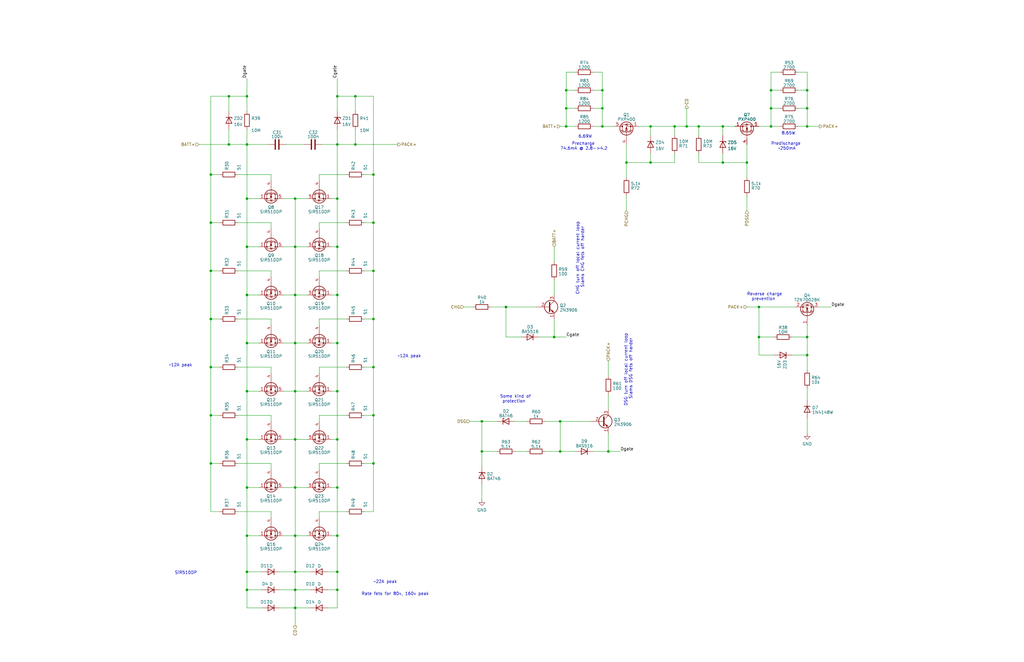
<source format=kicad_sch>
(kicad_sch (version 20230121) (generator eeschema)
  (paper "B")
  (title_block (title "High Side Fets") (date "2022-10-30") (rev "Rev 0") (company "QTech BMS Dept"))
  (junction (at 104.14 248.92))
  (junction (at 213.36 129.54))
  (junction (at 104.14 205.74))
  (junction (at 88.9 93.98))
  (junction (at 104.14 226.06))
  (junction (at 320.04 129.54))
  (junction (at 104.14 241.3))
  (junction (at 104.14 40.64))
  (junction (at 124.46 104.14))
  (junction (at 203.2 190.5))
  (junction (at 149.86 40.64))
  (junction (at 157.48 134.62))
  (junction (at 314.96 68.58))
  (junction (at 88.9 175.26))
  (junction (at 340.36 53.34))
  (junction (at 124.46 205.74))
  (junction (at 340.36 38.1))
  (junction (at 157.48 114.3))
  (junction (at 142.24 241.3))
  (junction (at 157.48 195.58))
  (junction (at 124.46 124.46))
  (junction (at 254 38.1))
  (junction (at 104.14 185.42))
  (junction (at 96.52 60.96))
  (junction (at 157.48 175.26))
  (junction (at 142.24 60.96))
  (junction (at 304.8 68.58))
  (junction (at 104.14 83.82))
  (junction (at 104.14 144.78))
  (junction (at 124.46 256.54))
  (junction (at 254 53.34))
  (junction (at 88.9 73.66))
  (junction (at 289.56 53.34))
  (junction (at 238.76 45.72))
  (junction (at 284.48 53.34))
  (junction (at 149.86 60.96))
  (junction (at 124.46 241.3))
  (junction (at 254 45.72))
  (junction (at 142.24 205.74))
  (junction (at 88.9 195.58))
  (junction (at 88.9 154.94))
  (junction (at 142.24 83.82))
  (junction (at 124.46 144.78))
  (junction (at 320.04 142.24))
  (junction (at 304.8 53.34))
  (junction (at 142.24 124.46))
  (junction (at 142.24 40.64))
  (junction (at 88.9 114.3))
  (junction (at 236.22 177.8))
  (junction (at 104.14 124.46))
  (junction (at 104.14 104.14))
  (junction (at 264.16 68.58))
  (junction (at 96.52 40.64))
  (junction (at 325.12 53.34))
  (junction (at 124.46 165.1))
  (junction (at 157.48 154.94))
  (junction (at 203.2 177.8))
  (junction (at 124.46 83.82))
  (junction (at 142.24 165.1))
  (junction (at 124.46 226.06))
  (junction (at 325.12 38.1))
  (junction (at 274.32 68.58))
  (junction (at 340.36 142.24))
  (junction (at 238.76 53.34))
  (junction (at 104.14 60.96))
  (junction (at 294.64 53.34))
  (junction (at 104.14 165.1))
  (junction (at 142.24 185.42))
  (junction (at 340.36 45.72))
  (junction (at 256.54 190.5))
  (junction (at 236.22 190.5))
  (junction (at 325.12 45.72))
  (junction (at 157.48 93.98))
  (junction (at 88.9 134.62))
  (junction (at 238.76 38.1))
  (junction (at 157.48 73.66))
  (junction (at 274.32 53.34))
  (junction (at 142.24 144.78))
  (junction (at 233.68 142.24))
  (junction (at 142.24 226.06))
  (junction (at 124.46 185.42))
  (junction (at 124.46 248.92))
  (junction (at 142.24 248.92))
  (junction (at 142.24 104.14))
  (junction (at 340.36 149.86))
  (wire (pts (xy 124.46 124.46) (xy 129.54 124.46)))
  (wire (pts (xy 88.9 134.62) (xy 92.71 134.62)))
  (wire (pts (xy 238.76 38.1) (xy 242.57 38.1)))
  (wire (pts (xy 124.46 165.1) (xy 129.54 165.1)))
  (wire (pts (xy 219.71 142.24) (xy 213.36 142.24)))
  (wire (pts (xy 289.56 53.34) (xy 289.56 45.72)))
  (wire (pts (xy 254 53.34) (xy 259.08 53.34)))
  (wire (pts (xy 195.58 129.54) (xy 199.39 129.54)))
  (wire (pts (xy 314.96 88.9) (xy 314.96 82.55)))
  (wire (pts (xy 142.24 124.46) (xy 142.24 144.78)))
  (wire (pts (xy 114.3 134.62) (xy 100.33 134.62)))
  (wire (pts (xy 114.3 195.58) (xy 114.3 198.12)))
  (wire (pts (xy 134.62 195.58) (xy 134.62 198.12)))
  (wire (pts (xy 153.67 195.58) (xy 157.48 195.58)))
  (wire (pts (xy 229.87 177.8) (xy 236.22 177.8)))
  (wire (pts (xy 289.56 53.34) (xy 294.64 53.34)))
  (wire (pts (xy 130.81 256.54) (xy 124.46 256.54)))
  (wire (pts (xy 124.46 241.3) (xy 124.46 248.92)))
  (wire (pts (xy 88.9 114.3) (xy 92.71 114.3)))
  (wire (pts (xy 119.38 226.06) (xy 124.46 226.06)))
  (wire (pts (xy 238.76 38.1) (xy 238.76 30.48)))
  (wire (pts (xy 304.8 64.77) (xy 304.8 68.58)))
  (wire (pts (xy 238.76 30.48) (xy 242.57 30.48)))
  (wire (pts (xy 142.24 248.92) (xy 142.24 256.54)))
  (wire (pts (xy 104.14 248.92) (xy 110.49 248.92)))
  (wire (pts (xy 350.52 129.54) (xy 345.44 129.54)))
  (wire (pts (xy 274.32 68.58) (xy 284.48 68.58)))
  (wire (pts (xy 157.48 93.98) (xy 157.48 114.3)))
  (wire (pts (xy 264.16 88.9) (xy 264.16 82.55)))
  (wire (pts (xy 104.14 241.3) (xy 110.49 241.3)))
  (wire (pts (xy 264.16 74.93) (xy 264.16 68.58)))
  (wire (pts (xy 114.3 154.94) (xy 114.3 157.48)))
  (wire (pts (xy 104.14 124.46) (xy 109.22 124.46)))
  (wire (pts (xy 142.24 241.3) (xy 138.43 241.3)))
  (wire (pts (xy 96.52 40.64) (xy 96.52 46.99)))
  (wire (pts (xy 88.9 195.58) (xy 88.9 215.9)))
  (wire (pts (xy 88.9 215.9) (xy 92.71 215.9)))
  (wire (pts (xy 320.04 53.34) (xy 325.12 53.34)))
  (wire (pts (xy 119.38 83.82) (xy 124.46 83.82)))
  (wire (pts (xy 120.65 60.96) (xy 128.27 60.96)))
  (wire (pts (xy 236.22 190.5) (xy 242.57 190.5)))
  (wire (pts (xy 139.7 226.06) (xy 142.24 226.06)))
  (wire (pts (xy 233.68 134.62) (xy 233.68 142.24)))
  (wire (pts (xy 104.14 205.74) (xy 104.14 226.06)))
  (wire (pts (xy 149.86 54.61) (xy 149.86 60.96)))
  (wire (pts (xy 88.9 73.66) (xy 88.9 93.98)))
  (wire (pts (xy 119.38 124.46) (xy 124.46 124.46)))
  (wire (pts (xy 254 30.48) (xy 254 38.1)))
  (wire (pts (xy 314.96 68.58) (xy 314.96 60.96)))
  (wire (pts (xy 124.46 185.42) (xy 124.46 205.74)))
  (wire (pts (xy 157.48 73.66) (xy 157.48 93.98)))
  (wire (pts (xy 340.36 38.1) (xy 340.36 45.72)))
  (wire (pts (xy 340.36 176.53) (xy 340.36 182.88)))
  (wire (pts (xy 119.38 104.14) (xy 124.46 104.14)))
  (wire (pts (xy 229.87 190.5) (xy 236.22 190.5)))
  (wire (pts (xy 325.12 30.48) (xy 328.93 30.48)))
  (wire (pts (xy 142.24 40.64) (xy 142.24 46.99)))
  (wire (pts (xy 139.7 83.82) (xy 142.24 83.82)))
  (wire (pts (xy 124.46 104.14) (xy 124.46 124.46)))
  (wire (pts (xy 130.81 248.92) (xy 124.46 248.92)))
  (wire (pts (xy 340.36 149.86) (xy 340.36 156.21)))
  (wire (pts (xy 134.62 93.98) (xy 134.62 96.52)))
  (wire (pts (xy 124.46 104.14) (xy 129.54 104.14)))
  (wire (pts (xy 233.68 104.14) (xy 233.68 110.49)))
  (wire (pts (xy 294.64 64.77) (xy 294.64 68.58)))
  (wire (pts (xy 104.14 54.61) (xy 104.14 60.96)))
  (wire (pts (xy 104.14 205.74) (xy 109.22 205.74)))
  (wire (pts (xy 153.67 154.94) (xy 157.48 154.94)))
  (wire (pts (xy 96.52 54.61) (xy 96.52 60.96)))
  (wire (pts (xy 294.64 53.34) (xy 304.8 53.34)))
  (wire (pts (xy 124.46 226.06) (xy 129.54 226.06)))
  (wire (pts (xy 124.46 205.74) (xy 129.54 205.74)))
  (wire (pts (xy 250.19 190.5) (xy 256.54 190.5)))
  (wire (pts (xy 104.14 165.1) (xy 109.22 165.1)))
  (wire (pts (xy 96.52 40.64) (xy 104.14 40.64)))
  (wire (pts (xy 149.86 60.96) (xy 167.64 60.96)))
  (wire (pts (xy 217.17 177.8) (xy 222.25 177.8)))
  (wire (pts (xy 134.62 73.66) (xy 134.62 76.2)))
  (wire (pts (xy 104.14 185.42) (xy 104.14 205.74)))
  (wire (pts (xy 254 38.1) (xy 254 45.72)))
  (wire (pts (xy 119.38 205.74) (xy 124.46 205.74)))
  (wire (pts (xy 104.14 104.14) (xy 109.22 104.14)))
  (wire (pts (xy 142.24 60.96) (xy 149.86 60.96)))
  (wire (pts (xy 149.86 40.64) (xy 149.86 46.99)))
  (wire (pts (xy 284.48 68.58) (xy 284.48 64.77)))
  (wire (pts (xy 124.46 144.78) (xy 124.46 165.1)))
  (wire (pts (xy 217.17 190.5) (xy 222.25 190.5)))
  (wire (pts (xy 88.9 93.98) (xy 92.71 93.98)))
  (wire (pts (xy 104.14 256.54) (xy 110.49 256.54)))
  (wire (pts (xy 153.67 134.62) (xy 157.48 134.62)))
  (wire (pts (xy 134.62 195.58) (xy 146.05 195.58)))
  (wire (pts (xy 142.24 144.78) (xy 142.24 165.1)))
  (wire (pts (xy 314.96 74.93) (xy 314.96 68.58)))
  (wire (pts (xy 213.36 129.54) (xy 226.06 129.54)))
  (wire (pts (xy 207.01 129.54) (xy 213.36 129.54)))
  (wire (pts (xy 88.9 175.26) (xy 88.9 195.58)))
  (wire (pts (xy 203.2 190.5) (xy 203.2 196.85)))
  (wire (pts (xy 250.19 38.1) (xy 254 38.1)))
  (wire (pts (xy 320.04 129.54) (xy 320.04 142.24)))
  (wire (pts (xy 320.04 129.54) (xy 335.28 129.54)))
  (wire (pts (xy 100.33 73.66) (xy 114.3 73.66)))
  (wire (pts (xy 336.55 53.34) (xy 340.36 53.34)))
  (wire (pts (xy 334.01 142.24) (xy 340.36 142.24)))
  (wire (pts (xy 142.24 165.1) (xy 142.24 185.42)))
  (wire (pts (xy 88.9 134.62) (xy 88.9 154.94)))
  (wire (pts (xy 134.62 154.94) (xy 134.62 157.48)))
  (wire (pts (xy 153.67 73.66) (xy 157.48 73.66)))
  (wire (pts (xy 250.19 53.34) (xy 254 53.34)))
  (wire (pts (xy 88.9 154.94) (xy 88.9 175.26)))
  (wire (pts (xy 238.76 142.24) (xy 233.68 142.24)))
  (wire (pts (xy 274.32 64.77) (xy 274.32 68.58)))
  (wire (pts (xy 238.76 53.34) (xy 238.76 45.72)))
  (wire (pts (xy 124.46 256.54) (xy 118.11 256.54)))
  (wire (pts (xy 254 45.72) (xy 254 53.34)))
  (wire (pts (xy 142.24 256.54) (xy 138.43 256.54)))
  (wire (pts (xy 119.38 144.78) (xy 124.46 144.78)))
  (wire (pts (xy 304.8 53.34) (xy 304.8 57.15)))
  (wire (pts (xy 104.14 104.14) (xy 104.14 124.46)))
  (wire (pts (xy 104.14 248.92) (xy 104.14 256.54)))
  (wire (pts (xy 336.55 45.72) (xy 340.36 45.72)))
  (wire (pts (xy 142.24 54.61) (xy 142.24 60.96)))
  (wire (pts (xy 88.9 40.64) (xy 88.9 73.66)))
  (wire (pts (xy 304.8 68.58) (xy 314.96 68.58)))
  (wire (pts (xy 203.2 177.8) (xy 209.55 177.8)))
  (wire (pts (xy 124.46 241.3) (xy 118.11 241.3)))
  (wire (pts (xy 142.24 83.82) (xy 142.24 104.14)))
  (wire (pts (xy 203.2 190.5) (xy 209.55 190.5)))
  (wire (pts (xy 124.46 205.74) (xy 124.46 226.06)))
  (wire (pts (xy 142.24 40.64) (xy 149.86 40.64)))
  (wire (pts (xy 142.24 104.14) (xy 142.24 124.46)))
  (wire (pts (xy 149.86 40.64) (xy 157.48 40.64)))
  (wire (pts (xy 142.24 60.96) (xy 142.24 83.82)))
  (wire (pts (xy 114.3 215.9) (xy 114.3 218.44)))
  (wire (pts (xy 326.39 149.86) (xy 320.04 149.86)))
  (wire (pts (xy 264.16 68.58) (xy 274.32 68.58)))
  (wire (pts (xy 104.14 165.1) (xy 104.14 185.42)))
  (wire (pts (xy 157.48 154.94) (xy 157.48 134.62)))
  (wire (pts (xy 104.14 185.42) (xy 109.22 185.42)))
  (wire (pts (xy 100.33 175.26) (xy 114.3 175.26)))
  (wire (pts (xy 284.48 57.15) (xy 284.48 53.34)))
  (wire (pts (xy 269.24 53.34) (xy 274.32 53.34)))
  (wire (pts (xy 124.46 248.92) (xy 124.46 256.54)))
  (wire (pts (xy 88.9 93.98) (xy 88.9 114.3)))
  (wire (pts (xy 236.22 190.5) (xy 236.22 177.8)))
  (wire (pts (xy 114.3 93.98) (xy 114.3 96.52)))
  (wire (pts (xy 124.46 144.78) (xy 129.54 144.78)))
  (wire (pts (xy 124.46 185.42) (xy 129.54 185.42)))
  (wire (pts (xy 139.7 185.42) (xy 142.24 185.42)))
  (wire (pts (xy 153.67 93.98) (xy 157.48 93.98)))
  (wire (pts (xy 104.14 33.02) (xy 104.14 40.64)))
  (wire (pts (xy 236.22 177.8) (xy 248.92 177.8)))
  (wire (pts (xy 119.38 185.42) (xy 124.46 185.42)))
  (wire (pts (xy 142.24 248.92) (xy 138.43 248.92)))
  (wire (pts (xy 88.9 134.62) (xy 88.9 114.3)))
  (wire (pts (xy 104.14 144.78) (xy 109.22 144.78)))
  (wire (pts (xy 340.36 149.86) (xy 334.01 149.86)))
  (wire (pts (xy 124.46 248.92) (xy 118.11 248.92)))
  (wire (pts (xy 157.48 40.64) (xy 157.48 73.66)))
  (wire (pts (xy 284.48 53.34) (xy 289.56 53.34)))
  (wire (pts (xy 88.9 195.58) (xy 92.71 195.58)))
  (wire (pts (xy 157.48 215.9) (xy 157.48 195.58)))
  (wire (pts (xy 124.46 83.82) (xy 129.54 83.82)))
  (wire (pts (xy 157.48 154.94) (xy 157.48 175.26)))
  (wire (pts (xy 233.68 118.11) (xy 233.68 124.46)))
  (wire (pts (xy 238.76 38.1) (xy 238.76 45.72)))
  (wire (pts (xy 134.62 175.26) (xy 146.05 175.26)))
  (wire (pts (xy 139.7 144.78) (xy 142.24 144.78)))
  (wire (pts (xy 250.19 30.48) (xy 254 30.48)))
  (wire (pts (xy 250.19 45.72) (xy 254 45.72)))
  (wire (pts (xy 340.36 53.34) (xy 345.44 53.34)))
  (wire (pts (xy 114.3 73.66) (xy 114.3 76.2)))
  (wire (pts (xy 325.12 38.1) (xy 325.12 45.72)))
  (wire (pts (xy 264.16 68.58) (xy 264.16 60.96)))
  (wire (pts (xy 134.62 93.98) (xy 146.05 93.98)))
  (wire (pts (xy 114.3 137.16) (xy 114.3 134.62)))
  (wire (pts (xy 336.55 38.1) (xy 340.36 38.1)))
  (wire (pts (xy 320.04 142.24) (xy 320.04 149.86)))
  (wire (pts (xy 203.2 177.8) (xy 203.2 190.5)))
  (wire (pts (xy 134.62 114.3) (xy 146.05 114.3)))
  (wire (pts (xy 325.12 38.1) (xy 328.93 38.1)))
  (wire (pts (xy 142.24 226.06) (xy 142.24 241.3)))
  (wire (pts (xy 88.9 40.64) (xy 96.52 40.64)))
  (wire (pts (xy 157.48 134.62) (xy 157.48 114.3)))
  (wire (pts (xy 134.62 134.62) (xy 146.05 134.62)))
  (wire (pts (xy 139.7 165.1) (xy 142.24 165.1)))
  (wire (pts (xy 135.89 60.96) (xy 142.24 60.96)))
  (wire (pts (xy 104.14 226.06) (xy 104.14 241.3)))
  (wire (pts (xy 100.33 195.58) (xy 114.3 195.58)))
  (wire (pts (xy 157.48 175.26) (xy 153.67 175.26)))
  (wire (pts (xy 320.04 142.24) (xy 326.39 142.24)))
  (wire (pts (xy 233.68 142.24) (xy 227.33 142.24)))
  (wire (pts (xy 238.76 53.34) (xy 242.57 53.34)))
  (wire (pts (xy 124.46 124.46) (xy 124.46 144.78)))
  (wire (pts (xy 134.62 154.94) (xy 146.05 154.94)))
  (wire (pts (xy 336.55 30.48) (xy 340.36 30.48)))
  (wire (pts (xy 213.36 142.24) (xy 213.36 129.54)))
  (wire (pts (xy 153.67 215.9) (xy 157.48 215.9)))
  (wire (pts (xy 96.52 60.96) (xy 104.14 60.96)))
  (wire (pts (xy 124.46 226.06) (xy 124.46 241.3)))
  (wire (pts (xy 114.3 114.3) (xy 114.3 116.84)))
  (wire (pts (xy 274.32 53.34) (xy 274.32 57.15)))
  (wire (pts (xy 340.36 137.16) (xy 340.36 142.24)))
  (wire (pts (xy 124.46 83.82) (xy 124.46 104.14)))
  (wire (pts (xy 325.12 53.34) (xy 328.93 53.34)))
  (wire (pts (xy 104.14 46.99) (xy 104.14 40.64)))
  (wire (pts (xy 139.7 104.14) (xy 142.24 104.14)))
  (wire (pts (xy 325.12 53.34) (xy 325.12 45.72)))
  (wire (pts (xy 256.54 166.37) (xy 256.54 172.72)))
  (wire (pts (xy 304.8 53.34) (xy 309.88 53.34)))
  (wire (pts (xy 261.62 190.5) (xy 256.54 190.5)))
  (wire (pts (xy 83.82 60.96) (xy 96.52 60.96)))
  (wire (pts (xy 88.9 175.26) (xy 92.71 175.26)))
  (wire (pts (xy 104.14 60.96) (xy 113.03 60.96)))
  (wire (pts (xy 104.14 83.82) (xy 104.14 104.14)))
  (wire (pts (xy 134.62 215.9) (xy 134.62 218.44)))
  (wire (pts (xy 340.36 142.24) (xy 340.36 149.86)))
  (wire (pts (xy 104.14 241.3) (xy 104.14 248.92)))
  (wire (pts (xy 274.32 53.34) (xy 284.48 53.34)))
  (wire (pts (xy 340.36 30.48) (xy 340.36 38.1)))
  (wire (pts (xy 142.24 205.74) (xy 142.24 226.06)))
  (wire (pts (xy 153.67 114.3) (xy 157.48 114.3)))
  (wire (pts (xy 134.62 73.66) (xy 146.05 73.66)))
  (wire (pts (xy 134.62 134.62) (xy 134.62 137.16)))
  (wire (pts (xy 104.14 124.46) (xy 104.14 144.78)))
  (wire (pts (xy 88.9 73.66) (xy 92.71 73.66)))
  (wire (pts (xy 104.14 226.06) (xy 109.22 226.06)))
  (wire (pts (xy 325.12 38.1) (xy 325.12 30.48)))
  (wire (pts (xy 119.38 165.1) (xy 124.46 165.1)))
  (wire (pts (xy 130.81 241.3) (xy 124.46 241.3)))
  (wire (pts (xy 124.46 256.54) (xy 124.46 264.16)))
  (wire (pts (xy 100.33 215.9) (xy 114.3 215.9)))
  (wire (pts (xy 256.54 152.4) (xy 256.54 158.75)))
  (wire (pts (xy 134.62 114.3) (xy 134.62 116.84)))
  (wire (pts (xy 134.62 175.26) (xy 134.62 177.8)))
  (wire (pts (xy 104.14 144.78) (xy 104.14 165.1)))
  (wire (pts (xy 340.36 163.83) (xy 340.36 168.91)))
  (wire (pts (xy 104.14 60.96) (xy 104.14 83.82)))
  (wire (pts (xy 88.9 154.94) (xy 92.71 154.94)))
  (wire (pts (xy 236.22 53.34) (xy 238.76 53.34)))
  (wire (pts (xy 104.14 83.82) (xy 109.22 83.82)))
  (wire (pts (xy 294.64 53.34) (xy 294.64 57.15)))
  (wire (pts (xy 314.96 129.54) (xy 320.04 129.54)))
  (wire (pts (xy 100.33 93.98) (xy 114.3 93.98)))
  (wire (pts (xy 124.46 165.1) (xy 124.46 185.42)))
  (wire (pts (xy 142.24 33.02) (xy 142.24 40.64)))
  (wire (pts (xy 256.54 182.88) (xy 256.54 190.5)))
  (wire (pts (xy 114.3 175.26) (xy 114.3 177.8)))
  (wire (pts (xy 114.3 114.3) (xy 100.33 114.3)))
  (wire (pts (xy 340.36 45.72) (xy 340.36 53.34)))
  (wire (pts (xy 325.12 45.72) (xy 328.93 45.72)))
  (wire (pts (xy 139.7 205.74) (xy 142.24 205.74)))
  (wire (pts (xy 142.24 241.3) (xy 142.24 248.92)))
  (wire (pts (xy 139.7 124.46) (xy 142.24 124.46)))
  (wire (pts (xy 198.12 177.8) (xy 203.2 177.8)))
  (wire (pts (xy 203.2 204.47) (xy 203.2 210.82)))
  (wire (pts (xy 238.76 45.72) (xy 242.57 45.72)))
  (wire (pts (xy 100.33 154.94) (xy 114.3 154.94)))
  (wire (pts (xy 142.24 185.42) (xy 142.24 205.74)))
  (wire (pts (xy 157.48 195.58) (xy 157.48 175.26)))
  (wire (pts (xy 134.62 215.9) (xy 146.05 215.9)))
  (wire (pts (xy 294.64 68.58) (xy 304.8 68.58)))
  (text "Rate fets for 80v, 160v peak" (at 152.4 251.46 0) (effects (font (size 1.27 1.27)) (justify left bottom)))
  (text "CHG turn off local current loop\n   Slams CHG fets off harder" (at 246.38 124.46 90) (effects (font (size 1.27 1.27)) (justify left bottom)))
  (text "~22A peak" (at 157.48 246.38 0) (effects (font (size 1.27 1.27)) (justify left bottom)))
  (text "Reverse charge\n  prevention" (at 314.96 127 0) (effects (font (size 1.27 1.27)) (justify left bottom)))
  (text "6.69W" (at 243.84 58.42 0) (effects (font (size 1.27 1.27)) (justify left bottom)))
  (text "Predischarge\n   ~250mA" (at 325.12 63.5 0) (effects (font (size 1.27 1.27)) (justify left bottom)))
  (text "DSG turn off local current loop\n   Slams DSG fets off harder" (at 266.7 171.45 90) (effects (font (size 1.27 1.27)) (justify left bottom)))
  (text "8.65W" (at 329.5406 57.0641 0) (effects (font (size 1.27 1.27)) (justify left bottom)))
  (text "     Precharge\n74.6mA @ 2.8->4.2" (at 236.22 63.5 0) (effects (font (size 1.27 1.27)) (justify left bottom)))
  (text "Some kind of\n protection" (at 210.82 170.18 0) (effects (font (size 1.27 1.27)) (justify left bottom)))
  (text "~12A peak" (at 167.64 151.13 0) (effects (font (size 1.27 1.27)) (justify left bottom)))
  (text "~12A peak" (at 71.12 154.94 0) (effects (font (size 1.27 1.27)) (justify left bottom)))
  (text "SiR510DP" (at 73.66 242.57 0) (effects (font (size 1.27 1.27)) (justify left bottom)))
  (label "Cgate" (at 238.76 142.24 0))
  (label "Dgate" (at 261.62 190.5 0))
  (label "Cgate" (at 142.24 33.02 90))
  (label "Dgate" (at 350.52 129.54 0))
  (label "Dgate" (at 104.14 33.02 90))
  (hierarchical_label "PACK+" (shape output) (at 167.64 60.96 0))
  (hierarchical_label "CD" (shape output) (at 289.56 45.72 90))
  (hierarchical_label "PCHG" (shape input) (at 264.16 88.9 270))
  (hierarchical_label "PACK+" (shape input) (at 256.54 152.4 90))
  (hierarchical_label "BATT+" (shape input) (at 83.82 60.96 180))
  (hierarchical_label "BATT+" (shape input) (at 233.68 104.14 90))
  (hierarchical_label "PACK+" (shape output) (at 345.44 53.34 0))
  (hierarchical_label "CD" (shape output) (at 124.46 264.16 270))
  (hierarchical_label "CHG" (shape input) (at 195.58 129.54 180))
  (hierarchical_label "PDSG" (shape input) (at 314.96 88.9 270))
  (hierarchical_label "DSG" (shape input) (at 198.12 177.8 180))
  (hierarchical_label "BATT+" (shape input) (at 236.22 53.34 180))
  (hierarchical_label "PACK+" (shape input) (at 314.96 129.54 180))
  (symbol (lib_id "Transistor_FET:Si7336ADP") (at 134.62 182.88 90) (mirror x) (unit 1)
    (property "Reference" "Q22" (at 134.62 189.0475 90))
    (property "Value" "SIR510DP" (at 134.62 190.9685 90))
    (property "Footprint" "qtech:PowerPAK_SO-8_Single" (effects hide))
    (property "Datasheet" "https://www.vishay.com/doc?78251" (effects hide))
    (property "Mouser" "https://www.mouser.com/ProductDetail/Vishay-Siliconix/SIR510DP-T1-RE3?qs=DRkmTr78QAQgLs6ynidLQA%3D%3D" (effects hide))
    (property "Part Number" "SIR510DP-T1-RE3" (effects hide))
    (property "Rating" "100V 126A" (effects hide))
  )
  (symbol (lib_id "Device:R") (at 256.54 162.56 180) (unit 1)
    (property "Reference" "R61" (at 258.318 161.9163 0) (effects (justify right)))
    (property "Value" "100" (at 258.318 163.8373 0) (effects (justify right)))
    (property "Footprint" "Resistor_SMD:R_0603_1608Metric" (effects hide))
    (property "Datasheet" "https://www.mouser.com/datasheet/2/54/cr-1858361.pdf" (effects hide))
    (property "Mouser" "https://www.mouser.com/ProductDetail/Bourns/CR0603-FX-1000ELF?qs=sGAEpiMZZMtlubZbdhIBIB2E0CzLGwMIzMOnVrznuHg%3D" (effects hide))
    (property "Part Number" "CR0603-FX-1000ELF" (effects hide))
    (property "Rating" "100mW" (effects hide))
  )
  (symbol (lib_id "Transistor_FET:Si7336ADP") (at 114.3 203.2 270) (unit 1)
    (property "Reference" "Q14" (at 114.3 209.3675 90))
    (property "Value" "SIR510DP" (at 114.3 211.2885 90))
    (property "Footprint" "qtech:PowerPAK_SO-8_Single" (effects hide))
    (property "Datasheet" "https://www.vishay.com/doc?78251" (effects hide))
    (property "Mouser" "https://www.mouser.com/ProductDetail/Vishay-Siliconix/SIR510DP-T1-RE3?qs=DRkmTr78QAQgLs6ynidLQA%3D%3D" (effects hide))
    (property "Part Number" "SIR510DP-T1-RE3" (effects hide))
    (property "Rating" "100V 126A" (effects hide))
  )
  (symbol (lib_id "Transistor_FET:Si7336ADP") (at 134.62 203.2 90) (mirror x) (unit 1)
    (property "Reference" "Q23" (at 134.62 209.3675 90))
    (property "Value" "SIR510DP" (at 134.62 211.2885 90))
    (property "Footprint" "qtech:PowerPAK_SO-8_Single" (effects hide))
    (property "Datasheet" "https://www.vishay.com/doc?78251" (effects hide))
    (property "Mouser" "https://www.mouser.com/ProductDetail/Vishay-Siliconix/SIR510DP-T1-RE3?qs=DRkmTr78QAQgLs6ynidLQA%3D%3D" (effects hide))
    (property "Part Number" "SIR510DP-T1-RE3" (effects hide))
    (property "Rating" "100V 126A" (effects hide))
  )
  (symbol (lib_id "Device:D_Zener") (at 142.24 50.8 270) (unit 1)
    (property "Reference" "ZD1" (at 144.272 49.9653 90) (effects (justify left)))
    (property "Value" "16V" (at 144.272 52.5022 90) (effects (justify left)))
    (property "Footprint" "Diode_SMD:D_SOD-323F" (effects hide))
    (property "Datasheet" "https://www.diodes.com/assets/Datasheets/ds31987.pdf" (effects hide))
    (property "Mouser" "https://www.mouser.com/ProductDetail/Diodes-Incorporated/DDZ16CSF-7?qs=gfe7vQ8txpU%2Fw9f0N8ItgQ%3D%3D" (effects hide))
    (property "Part Number" "DDZ16CSF-7" (effects hide))
    (property "Rating" "16V 500mW" (effects hide))
  )
  (symbol (lib_id "Device:D_Zener") (at 330.2 149.86 180) (unit 1)
    (property "Reference" "ZD3" (at 331.0347 151.892 90) (effects (justify left)))
    (property "Value" "16V" (at 328.4978 151.892 90) (effects (justify left)))
    (property "Footprint" "Diode_SMD:D_SOD-323F" (effects hide))
    (property "Datasheet" "https://www.diodes.com/assets/Datasheets/ds31987.pdf" (effects hide))
    (property "Mouser" "https://www.mouser.com/ProductDetail/Diodes-Incorporated/DDZ16CSF-7?qs=gfe7vQ8txpU%2Fw9f0N8ItgQ%3D%3D" (effects hide))
    (property "Part Number" "DDZ16CSF-7" (effects hide))
    (property "Rating" "16V 500mW" (effects hide))
  )
  (symbol (lib_id "Transistor_FET:Si7336ADP") (at 114.3 162.56 270) (unit 1)
    (property "Reference" "Q12" (at 114.3 168.7275 90))
    (property "Value" "SIR510DP" (at 114.3 170.6485 90))
    (property "Footprint" "qtech:PowerPAK_SO-8_Single" (effects hide))
    (property "Datasheet" "https://www.vishay.com/doc?78251" (effects hide))
    (property "Mouser" "https://www.mouser.com/ProductDetail/Vishay-Siliconix/SIR510DP-T1-RE3?qs=DRkmTr78QAQgLs6ynidLQA%3D%3D" (effects hide))
    (property "Part Number" "SIR510DP-T1-RE3" (effects hide))
    (property "Rating" "100V 126A" (effects hide))
  )
  (symbol (lib_id "Transistor_FET:Si7336ADP") (at 114.3 81.28 270) (unit 1)
    (property "Reference" "Q8" (at 114.3 87.4475 90))
    (property "Value" "SIR510DP" (at 114.3 89.3685 90))
    (property "Footprint" "qtech:PowerPAK_SO-8_Single" (effects hide))
    (property "Datasheet" "https://www.vishay.com/doc?78251" (effects hide))
    (property "Mouser" "https://www.mouser.com/ProductDetail/Vishay-Siliconix/SIR510DP-T1-RE3?qs=DRkmTr78QAQgLs6ynidLQA%3D%3D" (effects hide))
    (property "Part Number" "SIR510DP-T1-RE3" (effects hide))
    (property "Rating" "100V 126A" (effects hide))
  )
  (symbol (lib_id "Device:R") (at 294.64 60.96 0) (mirror y) (unit 1)
    (property "Reference" "R73" (at 296.418 61.6037 0) (effects (justify right)))
    (property "Value" "10M" (at 296.418 59.6827 0) (effects (justify right)))
    (property "Footprint" "Resistor_SMD:R_0603_1608Metric" (effects hide))
    (property "Datasheet" "https://www.mouser.com/datasheet/2/447/PYu_AC_51_RoHS_L_9-3005297.pdf" (effects hide))
    (property "Mouser" "https://www.mouser.com/ProductDetail/YAGEO/AC0603FR-0710ML?qs=sGAEpiMZZMtlubZbdhIBIG07xJe44c5AN0zPtTTP5TI%3D" (effects hide))
    (property "Part Number" "AC0603FR-0710ML" (effects hide))
    (property "Rating" "100mW" (effects hide))
  )
  (symbol (lib_id "Transistor_FET:Si7141DP") (at 264.16 55.88 90) (unit 1)
    (property "Reference" "Q1" (at 264.16 48.4251 90))
    (property "Value" "PXP400" (at 264.16 50.3461 90))
    (property "Footprint" "qtech:MLPAK33" (effects hide))
    (property "Datasheet" "https://www.mouser.com/datasheet/2/916/PXP400-100QS-1853422.pdf" (effects hide))
    (property "Mouser" "https://www.mouser.com/ProductDetail/771-PXP400-100QSJ" (effects hide))
    (property "Part Number" "PXP400-100QSJ" (effects hide))
    (property "Rating" "100V 1.4A" (effects hide))
  )
  (symbol (lib_id "Device:R") (at 96.52 93.98 90) (unit 1)
    (property "Reference" "R31" (at 95.6853 92.202 0) (effects (justify left)))
    (property "Value" "51" (at 100.7622 92.202 0) (effects (justify left)))
    (property "Footprint" "Resistor_SMD:R_0603_1608Metric" (effects hide))
    (property "Datasheet" "https://www.vishay.com/doc?20035" (effects hide))
    (property "Mouser" "https://www.mouser.com/ProductDetail/Vishay-Dale/CRCW060351R0FKEB?qs=sGAEpiMZZMtlubZbdhIBIDtQ47NphPmFggvnoEz9pAA%3D" (effects hide))
    (property "Part Number" "CRCW060351R0FKEB" (effects hide))
    (property "Rating" "100mW" (effects hide))
  )
  (symbol (lib_id "Device:R") (at 149.86 175.26 90) (unit 1)
    (property "Reference" "R47" (at 149.0253 173.482 0) (effects (justify left)))
    (property "Value" "51" (at 154.1022 173.482 0) (effects (justify left)))
    (property "Footprint" "Resistor_SMD:R_0603_1608Metric" (effects hide))
    (property "Datasheet" "https://www.vishay.com/doc?20035" (effects hide))
    (property "Mouser" "https://www.mouser.com/ProductDetail/Vishay-Dale/CRCW060351R0FKEB?qs=sGAEpiMZZMtlubZbdhIBIDtQ47NphPmFggvnoEz9pAA%3D" (effects hide))
    (property "Part Number" "CRCW060351R0FKEB" (effects hide))
    (property "Rating" "100mW" (effects hide))
  )
  (symbol (lib_id "Device:R") (at 149.86 73.66 90) (unit 1)
    (property "Reference" "R42" (at 149.0253 71.882 0) (effects (justify left)))
    (property "Value" "51" (at 154.1022 71.882 0) (effects (justify left)))
    (property "Footprint" "Resistor_SMD:R_0603_1608Metric" (effects hide))
    (property "Datasheet" "https://www.vishay.com/doc?20035" (effects hide))
    (property "Mouser" "https://www.mouser.com/ProductDetail/Vishay-Dale/CRCW060351R0FKEB?qs=sGAEpiMZZMtlubZbdhIBIDtQ47NphPmFggvnoEz9pAA%3D" (effects hide))
    (property "Part Number" "CRCW060351R0FKEB" (effects hide))
    (property "Rating" "100mW" (effects hide))
  )
  (symbol (lib_id "Device:D_Zener") (at 304.8 60.96 270) (unit 1)
    (property "Reference" "ZD5" (at 306.832 60.1253 90) (effects (justify left)))
    (property "Value" "16V" (at 306.832 62.6622 90) (effects (justify left)))
    (property "Footprint" "Diode_SMD:D_SOD-323F" (effects hide))
    (property "Datasheet" "https://www.diodes.com/assets/Datasheets/ds31987.pdf" (effects hide))
    (property "Mouser" "https://www.mouser.com/ProductDetail/Diodes-Incorporated/DDZ16CSF-7?qs=gfe7vQ8txpU%2Fw9f0N8ItgQ%3D%3D" (effects hide))
    (property "Part Number" "DDZ16CSF-7" (effects hide))
    (property "Rating" "16V 500mW" (effects hide))
  )
  (symbol (lib_id "Diode:BAS516") (at 223.52 142.24 180) (unit 1)
    (property "Reference" "D3" (at 223.52 137.9601 0))
    (property "Value" "BAS516" (at 223.52 139.8811 0))
    (property "Footprint" "Diode_SMD:D_SOD-523" (effects hide))
    (property "Datasheet" "https://www.mouser.com/datasheet/2/916/BAS516-3081349.pdf" (effects hide))
    (property "Mouser" "https://www.mouser.com/ProductDetail/Nexperia/BAS516115?qs=me8TqzrmIYVSb%2FgWSGcf7w%3D%3D" (effects hide))
    (property "Part Number" "BAS516,115" (effects hide))
    (property "Rating" "85V 250mA" (effects hide))
  )
  (symbol (lib_id "Device:R") (at 332.74 38.1 270) (mirror x) (unit 1)
    (property "Reference" "R69" (at 332.74 34.0741 90))
    (property "Value" "2700" (at 332.74 35.9951 90))
    (property "Footprint" "Resistor_SMD:R_2512_6332Metric" (effects hide))
    (property "Datasheet" "https://www.mouser.com/datasheet/2/418/6/ENG_DS_9_1773463_5_G-1263719.pdf" (effects hide))
    (property "Mouser" "https://www.mouser.com/ProductDetail/TE-Connectivity-Holsworthy/35212K7FT?qs=sGAEpiMZZMtlubZbdhIBILShZ4hQ8krEeZXVszbKSAs%3D" (effects hide))
    (property "Part Number" "35212K7FT" (effects hide))
    (property "Rating" "2W" (effects hide))
  )
  (symbol (lib_id "Device:C") (at 116.84 60.96 90) (unit 1)
    (property "Reference" "C31" (at 116.84 55.88 90))
    (property "Value" "100n" (at 116.84 57.6381 90))
    (property "Footprint" "Capacitor_SMD:C_0603_1608Metric" (effects hide))
    (property "Datasheet" "https://www.mouser.com/datasheet/2/585/MLCC-1837944.pdf" (effects hide))
    (property "Mouser" "https://www.mouser.com/ProductDetail/Samsung-Electro-Mechanics/CL10B104KC8NNNC?qs=sGAEpiMZZMs7ZEmUmaUL04Db8I7WfOR7JJmoHv2C8bjtz8qZ9HJqbw%3D%3D" (effects hide))
    (property "Part Number" "CL10B104KC8NNNC" (effects hide))
    (property "Rating" "100V" (effects hide))
  )
  (symbol (lib_id "power:GND") (at 203.2 210.82 0) (unit 1)
    (property "Reference" "#PWR02" (effects hide))
    (property "Value" "GND" (at 203.2 215.2634 0))
    (instances (project "bms" (path "" (reference "#PWR02") (unit 1)) (path "" (reference "#PWR028") (unit 1))))
  )
  (symbol (lib_id "Device:C") (at 132.08 60.96 90) (unit 1)
    (property "Reference" "C32" (at 132.08 55.88 90))
    (property "Value" "100n" (at 132.08 57.6381 90))
    (property "Footprint" "Capacitor_SMD:C_0603_1608Metric" (effects hide))
    (property "Datasheet" "https://www.mouser.com/datasheet/2/585/MLCC-1837944.pdf" (effects hide))
    (property "Mouser" "https://www.mouser.com/ProductDetail/Samsung-Electro-Mechanics/CL10B104KC8NNNC?qs=sGAEpiMZZMs7ZEmUmaUL04Db8I7WfOR7JJmoHv2C8bjtz8qZ9HJqbw%3D%3D" (effects hide))
    (property "Part Number" "CL10B104KC8NNNC" (effects hide))
    (property "Rating" "100V" (effects hide))
  )
  (symbol (lib_id "Device:R") (at 246.38 45.72 270) (mirror x) (unit 1)
    (property "Reference" "R84" (at 246.38 41.6941 90))
    (property "Value" "1200" (at 246.38 43.6151 90))
    (property "Footprint" "Resistor_SMD:R_2512_6332Metric" (effects hide))
    (property "Datasheet" "https://www.mouser.com/datasheet/2/418/1/NG_CD_2176070_BC-680252.pdf" (effects hide))
    (property "Mouser" "https://www.mouser.com/ProductDetail/TE-Connectivity-Holsworthy/35211K2FT?qs=sGAEpiMZZMtlubZbdhIBIAFCwE%252Ba6FqlfEDQUJO7BPk%3D" (effects hide))
    (property "Part Number" "35211K2FT" (effects hide))
    (property "Rating" "2W" (effects hide))
  )
  (symbol (lib_id "Device:D") (at 114.3 256.54 180) (unit 1)
    (property "Reference" "D13" (at 111.76 254 0))
    (property "Value" "D" (at 114.3 254.1071 0))
    (property "Footprint" "Diode_SMD:D_SOD-123F" (effects hide))
    (property "Datasheet" "https://www.mouser.com/datasheet/2/258/SMD2150PL_SMD220PL_SOD_123FL_-2510820.pdf" (effects hide))
    (property "Mouser" "https://www.mouser.com/ProductDetail/Micro-Commercial-Components-MCC/SMD220PL-TP?qs=cLwp4wpikzCDQSrzPAGpXQ%3D%3D" (effects hide))
    (property "Part Number" "SMD220PL-TP" (effects hide))
    (property "Rating" "200V 2A 50Apeak" (effects hide))
  )
  (symbol (lib_id "Device:Q_NMOS_GSD") (at 340.36 132.08 270) (mirror x) (unit 1)
    (property "Reference" "Q4" (at 340.36 124.6251 90))
    (property "Value" "T2N7002BK" (at 340.36 126.5461 90))
    (property "Footprint" "Package_TO_SOT_SMD:SOT-23" (effects hide))
    (property "Datasheet" "https://www.mouser.com/datasheet/2/408/T2N7002BK_datasheet_en_20191025-1916498.pdf" (effects hide))
    (property "Mouser" "https://www.mouser.com/ProductDetail/Toshiba/T2N7002BKLM?qs=lX6dEUlT%252BgfTnU11z%2FTylg%3D%3D" (effects hide))
    (property "Part Number" "T2N7002BK,LM" (effects hide))
    (property "Rating" "60V 400mA" (effects hide))
  )
  (symbol (lib_id "Device:R") (at 149.86 114.3 90) (unit 1)
    (property "Reference" "R44" (at 149.0253 112.522 0) (effects (justify left)))
    (property "Value" "51" (at 154.1022 112.522 0) (effects (justify left)))
    (property "Footprint" "Resistor_SMD:R_0603_1608Metric" (effects hide))
    (property "Datasheet" "https://www.vishay.com/doc?20035" (effects hide))
    (property "Mouser" "https://www.mouser.com/ProductDetail/Vishay-Dale/CRCW060351R0FKEB?qs=sGAEpiMZZMtlubZbdhIBIDtQ47NphPmFggvnoEz9pAA%3D" (effects hide))
    (property "Part Number" "CRCW060351R0FKEB" (effects hide))
    (property "Rating" "100mW" (effects hide))
  )
  (symbol (lib_id "Device:R") (at 149.86 93.98 90) (unit 1)
    (property "Reference" "R43" (at 149.0253 92.202 0) (effects (justify left)))
    (property "Value" "51" (at 154.1022 92.202 0) (effects (justify left)))
    (property "Footprint" "Resistor_SMD:R_0603_1608Metric" (effects hide))
    (property "Datasheet" "https://www.vishay.com/doc?20035" (effects hide))
    (property "Mouser" "https://www.mouser.com/ProductDetail/Vishay-Dale/CRCW060351R0FKEB?qs=sGAEpiMZZMtlubZbdhIBIDtQ47NphPmFggvnoEz9pAA%3D" (effects hide))
    (property "Part Number" "CRCW060351R0FKEB" (effects hide))
    (property "Rating" "100mW" (effects hide))
  )
  (symbol (lib_id "Device:R") (at 96.52 73.66 90) (unit 1)
    (property "Reference" "R30" (at 95.6853 71.882 0) (effects (justify left)))
    (property "Value" "51" (at 100.7622 71.882 0) (effects (justify left)))
    (property "Footprint" "Resistor_SMD:R_0603_1608Metric" (effects hide))
    (property "Datasheet" "https://www.vishay.com/doc?20035" (effects hide))
    (property "Mouser" "https://www.mouser.com/ProductDetail/Vishay-Dale/CRCW060351R0FKEB?qs=sGAEpiMZZMtlubZbdhIBIDtQ47NphPmFggvnoEz9pAA%3D" (effects hide))
    (property "Part Number" "CRCW060351R0FKEB" (effects hide))
    (property "Rating" "100mW" (effects hide))
  )
  (symbol (lib_id "Transistor_BJT:2N3906") (at 231.14 129.54 0) (unit 1)
    (property "Reference" "Q2" (at 235.9914 128.8963 0) (effects (justify left)))
    (property "Value" "2N3906" (at 235.9914 130.8173 0) (effects (justify left)))
    (property "Footprint" "Package_TO_SOT_SMD:SOT-23-3" (effects hide))
    (property "Datasheet" "https://www.mouser.com/datasheet/2/115/DIOD_S_A0012992517_1-2513078.pdf" (effects hide))
    (property "Mouser" "https://www.mouser.com/ProductDetail/Diodes-Incorporated/MMBT3906-7-F?qs=wWyd8J8HCZnomk3dzpYZYw%3D%3D" (effects hide))
    (property "Part Number" "MMBT3906-7-F" (effects hide))
    (property "Rating" "40V 200mA" (effects hide))
  )
  (symbol (lib_id "Device:D_Zener") (at 274.32 60.96 270) (unit 1)
    (property "Reference" "ZD4" (at 276.352 60.1253 90) (effects (justify left)))
    (property "Value" "16V" (at 276.352 62.6622 90) (effects (justify left)))
    (property "Footprint" "Diode_SMD:D_SOD-323F" (effects hide))
    (property "Datasheet" "https://www.diodes.com/assets/Datasheets/ds31987.pdf" (effects hide))
    (property "Mouser" "https://www.mouser.com/ProductDetail/Diodes-Incorporated/DDZ16CSF-7?qs=gfe7vQ8txpU%2Fw9f0N8ItgQ%3D%3D" (effects hide))
    (property "Part Number" "DDZ16CSF-7" (effects hide))
    (property "Rating" "16V 500mW" (effects hide))
  )
  (symbol (lib_id "Device:D") (at 134.62 241.3 0) (unit 1)
    (property "Reference" "D12" (at 130.81 238.76 0))
    (property "Value" "D" (at 134.62 238.8671 0))
    (property "Footprint" "Diode_SMD:D_SOD-123F" (effects hide))
    (property "Datasheet" "https://www.mouser.com/datasheet/2/258/SMD2150PL_SMD220PL_SOD_123FL_-2510820.pdf" (effects hide))
    (property "Mouser" "https://www.mouser.com/ProductDetail/Micro-Commercial-Components-MCC/SMD220PL-TP?qs=cLwp4wpikzCDQSrzPAGpXQ%3D%3D" (effects hide))
    (property "Part Number" "SMD220PL-TP" (effects hide))
    (property "Rating" "200V 2A 50Apeak" (effects hide))
  )
  (symbol (lib_id "Transistor_FET:Si7336ADP") (at 134.62 101.6 90) (mirror x) (unit 1)
    (property "Reference" "Q18" (at 134.62 107.7675 90))
    (property "Value" "SIR510DP" (at 134.62 109.6885 90))
    (property "Footprint" "qtech:PowerPAK_SO-8_Single" (effects hide))
    (property "Datasheet" "https://www.vishay.com/doc?78251" (effects hide))
    (property "Mouser" "https://www.mouser.com/ProductDetail/Vishay-Siliconix/SIR510DP-T1-RE3?qs=DRkmTr78QAQgLs6ynidLQA%3D%3D" (effects hide))
    (property "Part Number" "SIR510DP-T1-RE3" (effects hide))
    (property "Rating" "100V 126A" (effects hide))
  )
  (symbol (lib_id "Device:R") (at 314.96 78.74 0) (mirror y) (unit 1)
    (property "Reference" "R70" (at 316.738 79.3837 0) (effects (justify right)))
    (property "Value" "5.1k" (at 316.738 77.4627 0) (effects (justify right)))
    (property "Footprint" "Resistor_SMD:R_0603_1608Metric" (effects hide))
    (property "Datasheet" "https://www.mouser.com/datasheet/2/315/AOA0000C304-1149620.pdf" (effects hide))
    (property "Mouser" "https://www.mouser.com/ProductDetail/Panasonic/ERJ-3EKF5101V?qs=sGAEpiMZZMtlubZbdhIBILWcrV%252BWBYJCmWDmg%252B%252BOeB4%3D" (effects hide))
    (property "Part Number" "ERJ-3EKF5101V" (effects hide))
    (property "Rating" "100mW" (effects hide))
  )
  (symbol (lib_id "Device:R") (at 213.36 190.5 90) (unit 1)
    (property "Reference" "R63" (at 213.36 186.4741 90))
    (property "Value" "5.1k" (at 213.36 188.3951 90))
    (property "Footprint" "Resistor_SMD:R_0603_1608Metric" (effects hide))
    (property "Datasheet" "https://www.mouser.com/datasheet/2/447/PYu_RC_Group_51_RoHS_L_11-1984063.pdf" (effects hide))
    (property "Mouser" "https://www.mouser.com/ProductDetail/YAGEO/RC1206JR-075K1L?qs=sGAEpiMZZMtlubZbdhIBIBvSqRm9%252BnwjpZFs1r6dFlc%3D" (effects hide))
    (property "Part Number" "RC1206JR-075K1L" (effects hide))
    (property "Rating" "250mW" (effects hide))
  )
  (symbol (lib_id "Transistor_FET:Si7336ADP") (at 134.62 81.28 90) (mirror x) (unit 1)
    (property "Reference" "Q17" (at 134.62 87.4475 90))
    (property "Value" "SIR510DP" (at 134.62 89.3685 90))
    (property "Footprint" "qtech:PowerPAK_SO-8_Single" (effects hide))
    (property "Datasheet" "https://www.vishay.com/doc?78251" (effects hide))
    (property "Mouser" "https://www.mouser.com/ProductDetail/Vishay-Siliconix/SIR510DP-T1-RE3?qs=DRkmTr78QAQgLs6ynidLQA%3D%3D" (effects hide))
    (property "Part Number" "SIR510DP-T1-RE3" (effects hide))
    (property "Rating" "100V 126A" (effects hide))
  )
  (symbol (lib_id "Device:R") (at 96.52 134.62 90) (unit 1)
    (property "Reference" "R33" (at 95.6853 132.842 0) (effects (justify left)))
    (property "Value" "51" (at 100.7622 132.842 0) (effects (justify left)))
    (property "Footprint" "Resistor_SMD:R_0603_1608Metric" (effects hide))
    (property "Datasheet" "https://www.vishay.com/doc?20035" (effects hide))
    (property "Mouser" "https://www.mouser.com/ProductDetail/Vishay-Dale/CRCW060351R0FKEB?qs=sGAEpiMZZMtlubZbdhIBIDtQ47NphPmFggvnoEz9pAA%3D" (effects hide))
    (property "Part Number" "CRCW060351R0FKEB" (effects hide))
    (property "Rating" "100mW" (effects hide))
  )
  (symbol (lib_id "Device:D_Zener") (at 213.36 177.8 0) (unit 1)
    (property "Reference" "D2" (at 213.36 173.5201 0))
    (property "Value" "BAT46" (at 213.36 175.4411 0))
    (property "Footprint" "Diode_SMD:D_SOD-123" (effects hide))
    (property "Datasheet" "https://www.mouser.com/datasheet/2/258/BAT46WHE3_SOD_123_-1957551.pdf" (effects hide))
    (property "Mouser" "https://www.mouser.com/ProductDetail/Micro-Commercial-Components-MCC/BAT46WHE3-TP?qs=HBWAp0VN4RhwZZGh4BO67Q%3D%3D" (effects hide))
    (property "Part Number" "BAT46WHE3-TP" (effects hide))
    (property "Rating" "100V 150mA" (effects hide))
    (instances (project "bms" (path "" (reference "D2") (unit 1)) (path "" (reference "D5") (unit 1))))
  )
  (symbol (lib_id "Transistor_FET:Si7336ADP") (at 134.62 223.52 90) (mirror x) (unit 1)
    (property "Reference" "Q24" (at 134.62 229.6875 90))
    (property "Value" "SIR510DP" (at 134.62 231.6085 90))
    (property "Footprint" "qtech:PowerPAK_SO-8_Single" (effects hide))
    (property "Datasheet" "https://www.vishay.com/doc?78251" (effects hide))
    (property "Mouser" "https://www.mouser.com/ProductDetail/Vishay-Siliconix/SIR510DP-T1-RE3?qs=DRkmTr78QAQgLs6ynidLQA%3D%3D" (effects hide))
    (property "Part Number" "SIR510DP-T1-RE3" (effects hide))
    (property "Rating" "100V 126A" (effects hide))
  )
  (symbol (lib_id "Device:R") (at 96.52 195.58 90) (unit 1)
    (property "Reference" "R36" (at 95.6853 193.802 0) (effects (justify left)))
    (property "Value" "51" (at 100.7622 193.802 0) (effects (justify left)))
    (property "Footprint" "Resistor_SMD:R_0603_1608Metric" (effects hide))
    (property "Datasheet" "https://www.vishay.com/doc?20035" (effects hide))
    (property "Mouser" "https://www.mouser.com/ProductDetail/Vishay-Dale/CRCW060351R0FKEB?qs=sGAEpiMZZMtlubZbdhIBIDtQ47NphPmFggvnoEz9pAA%3D" (effects hide))
    (property "Part Number" "CRCW060351R0FKEB" (effects hide))
    (property "Rating" "100mW" (effects hide))
  )
  (symbol (lib_id "Transistor_FET:Si7336ADP") (at 134.62 162.56 90) (mirror x) (unit 1)
    (property "Reference" "Q21" (at 134.62 168.7275 90))
    (property "Value" "SIR510DP" (at 134.62 170.6485 90))
    (property "Footprint" "qtech:PowerPAK_SO-8_Single" (effects hide))
    (property "Datasheet" "https://www.vishay.com/doc?78251" (effects hide))
    (property "Mouser" "https://www.mouser.com/ProductDetail/Vishay-Siliconix/SIR510DP-T1-RE3?qs=DRkmTr78QAQgLs6ynidLQA%3D%3D" (effects hide))
    (property "Part Number" "SIR510DP-T1-RE3" (effects hide))
    (property "Rating" "100V 126A" (effects hide))
  )
  (symbol (lib_id "Transistor_BJT:2N3906") (at 254 177.8 0) (unit 1)
    (property "Reference" "Q3" (at 258.8514 177.1563 0) (effects (justify left)))
    (property "Value" "2N3906" (at 258.8514 179.0773 0) (effects (justify left)))
    (property "Footprint" "Package_TO_SOT_SMD:SOT-23-3" (effects hide))
    (property "Datasheet" "https://www.mouser.com/datasheet/2/115/DIOD_S_A0012992517_1-2513078.pdf" (effects hide))
    (property "Mouser" "https://www.mouser.com/ProductDetail/Diodes-Incorporated/MMBT3906-7-F?qs=wWyd8J8HCZnomk3dzpYZYw%3D%3D" (effects hide))
    (property "Part Number" "MMBT3906-7-F" (effects hide))
    (property "Rating" "40V 200mA" (effects hide))
  )
  (symbol (lib_id "Transistor_FET:Si7336ADP") (at 134.62 142.24 90) (mirror x) (unit 1)
    (property "Reference" "Q20" (at 134.62 148.4075 90))
    (property "Value" "SIR510DP" (at 134.62 150.3285 90))
    (property "Footprint" "qtech:PowerPAK_SO-8_Single" (effects hide))
    (property "Datasheet" "https://www.vishay.com/doc?78251" (effects hide))
    (property "Mouser" "https://www.mouser.com/ProductDetail/Vishay-Siliconix/SIR510DP-T1-RE3?qs=DRkmTr78QAQgLs6ynidLQA%3D%3D" (effects hide))
    (property "Part Number" "SIR510DP-T1-RE3" (effects hide))
    (property "Rating" "100V 126A" (effects hide))
  )
  (symbol (lib_id "Device:D") (at 134.62 256.54 0) (unit 1)
    (property "Reference" "D14" (at 130.81 254 0))
    (property "Value" "D" (at 134.62 254.1071 0))
    (property "Footprint" "Diode_SMD:D_SOD-123F" (effects hide))
    (property "Datasheet" "https://www.mouser.com/datasheet/2/258/SMD2150PL_SMD220PL_SOD_123FL_-2510820.pdf" (effects hide))
    (property "Mouser" "https://www.mouser.com/ProductDetail/Micro-Commercial-Components-MCC/SMD220PL-TP?qs=cLwp4wpikzCDQSrzPAGpXQ%3D%3D" (effects hide))
    (property "Part Number" "SMD220PL-TP" (effects hide))
    (property "Rating" "200V 2A 50Apeak" (effects hide))
  )
  (symbol (lib_id "Device:R") (at 264.16 78.74 0) (mirror y) (unit 1)
    (property "Reference" "R72" (at 265.938 79.3837 0) (effects (justify right)))
    (property "Value" "5.1k" (at 265.938 77.4627 0) (effects (justify right)))
    (property "Footprint" "Resistor_SMD:R_0603_1608Metric" (effects hide))
    (property "Datasheet" "https://www.mouser.com/datasheet/2/315/AOA0000C304-1149620.pdf" (effects hide))
    (property "Mouser" "https://www.mouser.com/ProductDetail/Panasonic/ERJ-3EKF5101V?qs=sGAEpiMZZMtlubZbdhIBILWcrV%252BWBYJCmWDmg%252B%252BOeB4%3D" (effects hide))
    (property "Part Number" "ERJ-3EKF5101V" (effects hide))
    (property "Rating" "100mW" (effects hide))
  )
  (symbol (lib_id "Device:R") (at 246.38 30.48 270) (mirror x) (unit 1)
    (property "Reference" "R74" (at 246.38 26.4541 90))
    (property "Value" "1200" (at 246.38 28.3751 90))
    (property "Footprint" "Resistor_SMD:R_2512_6332Metric" (effects hide))
    (property "Datasheet" "https://www.mouser.com/datasheet/2/418/1/NG_CD_2176070_BC-680252.pdf" (effects hide))
    (property "Mouser" "https://www.mouser.com/ProductDetail/TE-Connectivity-Holsworthy/35211K2FT?qs=sGAEpiMZZMtlubZbdhIBIAFCwE%252Ba6FqlfEDQUJO7BPk%3D" (effects hide))
    (property "Part Number" "35211K2FT" (effects hide))
    (property "Rating" "2W" (effects hide))
  )
  (symbol (lib_id "Device:R") (at 233.68 114.3 180) (unit 1)
    (property "Reference" "R59" (at 235.458 113.6563 0) (effects (justify right)))
    (property "Value" "100" (at 235.458 115.5773 0) (effects (justify right)))
    (property "Footprint" "Resistor_SMD:R_0603_1608Metric" (effects hide))
    (property "Datasheet" "https://www.mouser.com/datasheet/2/54/cr-1858361.pdf" (effects hide))
    (property "Mouser" "https://www.mouser.com/ProductDetail/Bourns/CR0603-FX-1000ELF?qs=sGAEpiMZZMtlubZbdhIBIB2E0CzLGwMIzMOnVrznuHg%3D" (effects hide))
    (property "Part Number" "CR0603-FX-1000ELF" (effects hide))
    (property "Rating" "100mW" (effects hide))
  )
  (symbol (lib_id "Transistor_FET:Si7336ADP") (at 114.3 182.88 270) (unit 1)
    (property "Reference" "Q13" (at 114.3 189.0475 90))
    (property "Value" "SIR510DP" (at 114.3 190.9685 90))
    (property "Footprint" "qtech:PowerPAK_SO-8_Single" (effects hide))
    (property "Datasheet" "https://www.vishay.com/doc?78251" (effects hide))
    (property "Mouser" "https://www.mouser.com/ProductDetail/Vishay-Siliconix/SIR510DP-T1-RE3?qs=DRkmTr78QAQgLs6ynidLQA%3D%3D" (effects hide))
    (property "Part Number" "SIR510DP-T1-RE3" (effects hide))
    (property "Rating" "100V 126A" (effects hide))
  )
  (symbol (lib_id "Device:R") (at 340.36 160.02 0) (unit 1)
    (property "Reference" "R64" (at 342.138 159.3763 0) (effects (justify left)))
    (property "Value" "10k" (at 342.138 161.2973 0) (effects (justify left)))
    (property "Footprint" "Resistor_SMD:R_0603_1608Metric" (effects hide))
    (property "Datasheet" "https://www.mouser.com/datasheet/2/219/RK73H-1825326.pdf" (effects hide))
    (property "Mouser" "https://www.mouser.com/ProductDetail/KOA-Speer/RK73H1JTTD1002F?qs=sGAEpiMZZMtlubZbdhIBINkEv%252BGnJSJCzf6arQIEEEA%3D" (effects hide))
    (property "Part Number" "RK73H1JTTD1002F" (effects hide))
    (property "Rating" "100mW" (effects hide))
  )
  (symbol (lib_id "Device:R") (at 246.38 38.1 270) (mirror x) (unit 1)
    (property "Reference" "R83" (at 246.38 34.0741 90))
    (property "Value" "1200" (at 246.38 35.9951 90))
    (property "Footprint" "Resistor_SMD:R_2512_6332Metric" (effects hide))
    (property "Datasheet" "https://www.mouser.com/datasheet/2/418/1/NG_CD_2176070_BC-680252.pdf" (effects hide))
    (property "Mouser" "https://www.mouser.com/ProductDetail/TE-Connectivity-Holsworthy/35211K2FT?qs=sGAEpiMZZMtlubZbdhIBIAFCwE%252Ba6FqlfEDQUJO7BPk%3D" (effects hide))
    (property "Part Number" "35211K2FT" (effects hide))
    (property "Rating" "2W" (effects hide))
  )
  (symbol (lib_id "Device:R") (at 104.14 50.8 0) (unit 1)
    (property "Reference" "R39" (at 105.918 49.9653 0) (effects (justify left)))
    (property "Value" "10M" (at 105.918 55.0422 0) (effects (justify left)))
    (property "Footprint" "Resistor_SMD:R_0603_1608Metric" (effects hide))
    (property "Datasheet" "https://www.mouser.com/datasheet/2/447/PYu_AC_51_RoHS_L_9-3005297.pdf" (effects hide))
    (property "Mouser" "https://www.mouser.com/ProductDetail/YAGEO/AC0603FR-0710ML?qs=sGAEpiMZZMtlubZbdhIBIG07xJe44c5AN0zPtTTP5TI%3D" (effects hide))
    (property "Part Number" "AC0603FR-0710ML" (effects hide))
    (property "Rating" "100mW" (effects hide))
  )
  (symbol (lib_id "Device:D") (at 134.62 248.92 0) (unit 1)
    (property "Reference" "D10" (at 130.81 246.38 0))
    (property "Value" "D" (at 134.62 246.4871 0))
    (property "Footprint" "Diode_SMD:D_SOD-123F" (effects hide))
    (property "Datasheet" "https://www.mouser.com/datasheet/2/258/SMD2150PL_SMD220PL_SOD_123FL_-2510820.pdf" (effects hide))
    (property "Mouser" "https://www.mouser.com/ProductDetail/Micro-Commercial-Components-MCC/SMD220PL-TP?qs=cLwp4wpikzCDQSrzPAGpXQ%3D%3D" (effects hide))
    (property "Part Number" "SMD220PL-TP" (effects hide))
    (property "Rating" "200V 2A 50Apeak" (effects hide))
  )
  (symbol (lib_id "Device:R") (at 96.52 215.9 90) (unit 1)
    (property "Reference" "R37" (at 95.6853 214.122 0) (effects (justify left)))
    (property "Value" "51" (at 100.7622 214.122 0) (effects (justify left)))
    (property "Footprint" "Resistor_SMD:R_0603_1608Metric" (effects hide))
    (property "Datasheet" "https://www.vishay.com/doc?20035" (effects hide))
    (property "Mouser" "https://www.mouser.com/ProductDetail/Vishay-Dale/CRCW060351R0FKEB?qs=sGAEpiMZZMtlubZbdhIBIDtQ47NphPmFggvnoEz9pAA%3D" (effects hide))
    (property "Part Number" "CRCW060351R0FKEB" (effects hide))
    (property "Rating" "100mW" (effects hide))
  )
  (symbol (lib_id "Device:R") (at 203.2 129.54 90) (unit 1)
    (property "Reference" "R40" (at 203.2 125.5141 90))
    (property "Value" "1k" (at 203.2 127.4351 90))
    (property "Footprint" "Resistor_SMD:R_0603_1608Metric" (effects hide))
    (property "Datasheet" "https://www.vishay.com/doc?20035" (effects hide))
    (property "Mouser" "https://www.mouser.com/ProductDetail/Vishay-Dale/CRCW06031K00FKEC?qs=sGAEpiMZZMtlubZbdhIBIO43cdRDMqnZdC%2FvLADwXWY%3D" (effects hide))
    (property "Part Number" "CRCW06031K00FKEC" (effects hide))
    (property "Rating" "100mW" (effects hide))
  )
  (symbol (lib_id "Device:R") (at 332.74 45.72 270) (mirror x) (unit 1)
    (property "Reference" "R76" (at 332.74 41.6941 90))
    (property "Value" "2700" (at 332.74 43.6151 90))
    (property "Footprint" "Resistor_SMD:R_2512_6332Metric" (effects hide))
    (property "Datasheet" "https://www.mouser.com/datasheet/2/418/6/ENG_DS_9_1773463_5_G-1263719.pdf" (effects hide))
    (property "Mouser" "https://www.mouser.com/ProductDetail/TE-Connectivity-Holsworthy/35212K7FT?qs=sGAEpiMZZMtlubZbdhIBILShZ4hQ8krEeZXVszbKSAs%3D" (effects hide))
    (property "Part Number" "35212K7FT" (effects hide))
    (property "Rating" "2W" (effects hide))
  )
  (symbol (lib_id "Diode:BAS516") (at 246.38 190.5 180) (unit 1)
    (property "Reference" "D9" (at 246.38 186.2201 0))
    (property "Value" "BAS516" (at 246.38 188.1411 0))
    (property "Footprint" "Diode_SMD:D_SOD-523" (effects hide))
    (property "Datasheet" "https://www.mouser.com/datasheet/2/916/BAS516-3081349.pdf" (effects hide))
    (property "Mouser" "https://www.mouser.com/ProductDetail/Nexperia/BAS516115?qs=me8TqzrmIYVSb%2FgWSGcf7w%3D%3D" (effects hide))
    (property "Part Number" "BAS516,115" (effects hide))
    (property "Rating" "85V 250mA" (effects hide))
  )
  (symbol (lib_id "Transistor_FET:Si7336ADP") (at 114.3 101.6 270) (unit 1)
    (property "Reference" "Q9" (at 114.3 107.7675 90))
    (property "Value" "SIR510DP" (at 114.3 109.6885 90))
    (property "Footprint" "qtech:PowerPAK_SO-8_Single" (effects hide))
    (property "Datasheet" "https://www.vishay.com/doc?78251" (effects hide))
    (property "Mouser" "https://www.mouser.com/ProductDetail/Vishay-Siliconix/SIR510DP-T1-RE3?qs=DRkmTr78QAQgLs6ynidLQA%3D%3D" (effects hide))
    (property "Part Number" "SIR510DP-T1-RE3" (effects hide))
    (property "Rating" "100V 126A" (effects hide))
  )
  (symbol (lib_id "Device:R") (at 226.06 190.5 90) (unit 1)
    (property "Reference" "R62" (at 226.06 186.4741 90))
    (property "Value" "5.1k" (at 226.06 188.3951 90))
    (property "Footprint" "Resistor_SMD:R_0603_1608Metric" (effects hide))
    (property "Datasheet" "https://www.mouser.com/datasheet/2/447/PYu_RC_Group_51_RoHS_L_11-1984063.pdf" (effects hide))
    (property "Mouser" "https://www.mouser.com/ProductDetail/YAGEO/RC1206JR-075K1L?qs=sGAEpiMZZMtlubZbdhIBIBvSqRm9%252BnwjpZFs1r6dFlc%3D" (effects hide))
    (property "Part Number" "RC1206JR-075K1L" (effects hide))
    (property "Rating" "250mW" (effects hide))
  )
  (symbol (lib_id "Device:R") (at 149.86 154.94 90) (unit 1)
    (property "Reference" "R46" (at 149.0253 153.162 0) (effects (justify left)))
    (property "Value" "51" (at 154.1022 153.162 0) (effects (justify left)))
    (property "Footprint" "Resistor_SMD:R_0603_1608Metric" (effects hide))
    (property "Datasheet" "https://www.vishay.com/doc?20035" (effects hide))
    (property "Mouser" "https://www.mouser.com/ProductDetail/Vishay-Dale/CRCW060351R0FKEB?qs=sGAEpiMZZMtlubZbdhIBIDtQ47NphPmFggvnoEz9pAA%3D" (effects hide))
    (property "Part Number" "CRCW060351R0FKEB" (effects hide))
    (property "Rating" "100mW" (effects hide))
  )
  (symbol (lib_id "Device:R") (at 226.06 177.8 90) (unit 1)
    (property "Reference" "R60" (at 226.06 173.7741 90))
    (property "Value" "1k" (at 226.06 175.6951 90))
    (property "Footprint" "Resistor_SMD:R_0603_1608Metric" (effects hide))
    (property "Datasheet" "https://www.vishay.com/doc?20035" (effects hide))
    (property "Mouser" "https://www.mouser.com/ProductDetail/Vishay-Dale/CRCW06031K00FKEC?qs=sGAEpiMZZMtlubZbdhIBIO43cdRDMqnZdC%2FvLADwXWY%3D" (effects hide))
    (property "Part Number" "CRCW06031K00FKEC" (effects hide))
    (property "Rating" "100mW" (effects hide))
  )
  (symbol (lib_id "Device:D_Zener") (at 96.52 50.8 270) (unit 1)
    (property "Reference" "ZD2" (at 98.552 49.9653 90) (effects (justify left)))
    (property "Value" "16V" (at 98.552 52.5022 90) (effects (justify left)))
    (property "Footprint" "Diode_SMD:D_SOD-323F" (effects hide))
    (property "Datasheet" "https://www.diodes.com/assets/Datasheets/ds31987.pdf" (effects hide))
    (property "Mouser" "https://www.mouser.com/ProductDetail/Diodes-Incorporated/DDZ16CSF-7?qs=gfe7vQ8txpU%2Fw9f0N8ItgQ%3D%3D" (effects hide))
    (property "Part Number" "DDZ16CSF-7" (effects hide))
    (property "Rating" "16V 500mW" (effects hide))
  )
  (symbol (lib_id "Device:D") (at 114.3 248.92 180) (unit 1)
    (property "Reference" "D4" (at 111.76 246.38 0))
    (property "Value" "D" (at 114.3 246.4871 0))
    (property "Footprint" "Diode_SMD:D_SOD-123F" (effects hide))
    (property "Datasheet" "https://www.mouser.com/datasheet/2/258/SMD2150PL_SMD220PL_SOD_123FL_-2510820.pdf" (effects hide))
    (property "Mouser" "https://www.mouser.com/ProductDetail/Micro-Commercial-Components-MCC/SMD220PL-TP?qs=cLwp4wpikzCDQSrzPAGpXQ%3D%3D" (effects hide))
    (property "Part Number" "SMD220PL-TP" (effects hide))
    (property "Rating" "200V 2A 50Apeak" (effects hide))
  )
  (symbol (lib_id "Device:R") (at 149.86 50.8 0) (unit 1)
    (property "Reference" "R41" (at 151.638 49.9653 0) (effects (justify left)))
    (property "Value" "10M" (at 151.638 55.0422 0) (effects (justify left)))
    (property "Footprint" "Resistor_SMD:R_0603_1608Metric" (effects hide))
    (property "Datasheet" "https://www.mouser.com/datasheet/2/447/PYu_AC_51_RoHS_L_9-3005297.pdf" (effects hide))
    (property "Mouser" "https://www.mouser.com/ProductDetail/YAGEO/AC0603FR-0710ML?qs=sGAEpiMZZMtlubZbdhIBIG07xJe44c5AN0zPtTTP5TI%3D" (effects hide))
    (property "Part Number" "AC0603FR-0710ML" (effects hide))
    (property "Rating" "100mW" (effects hide))
  )
  (symbol (lib_id "Diode:1N4148W") (at 340.36 172.72 270) (unit 1)
    (property "Reference" "D7" (at 342.392 172.0763 90) (effects (justify left)))
    (property "Value" "1N4148W" (at 342.392 173.9973 90) (effects (justify left)))
    (property "Footprint" "Diode_SMD:D_SOD-123" (effects hide))
    (property "Datasheet" "https://www.diodes.com/assets/Datasheets/ds30086.pdf" (effects hide))
    (property "Mouser" "https://www.mouser.com/ProductDetail/Diodes-Incorporated/1N4148W-7-F?qs=LHX0FizJzg7Ae9ZM8LTAWw%3D%3D" (effects hide))
    (property "Part Number" "1N4148W-7-F" (effects hide))
    (property "Rating" "100V 300mA ultrafast" (effects hide))
  )
  (symbol (lib_id "Device:R") (at 96.52 114.3 90) (unit 1)
    (property "Reference" "R32" (at 95.6853 112.522 0) (effects (justify left)))
    (property "Value" "51" (at 100.7622 112.522 0) (effects (justify left)))
    (property "Footprint" "Resistor_SMD:R_0603_1608Metric" (effects hide))
    (property "Datasheet" "https://www.vishay.com/doc?20035" (effects hide))
    (property "Mouser" "https://www.mouser.com/ProductDetail/Vishay-Dale/CRCW060351R0FKEB?qs=sGAEpiMZZMtlubZbdhIBIDtQ47NphPmFggvnoEz9pAA%3D" (effects hide))
    (property "Part Number" "CRCW060351R0FKEB" (effects hide))
    (property "Rating" "100mW" (effects hide))
  )
  (symbol (lib_id "Device:R") (at 332.74 30.48 270) (mirror x) (unit 1)
    (property "Reference" "R53" (at 332.74 26.4541 90))
    (property "Value" "2700" (at 332.74 28.3751 90))
    (property "Footprint" "Resistor_SMD:R_2512_6332Metric" (effects hide))
    (property "Datasheet" "https://www.mouser.com/datasheet/2/418/6/ENG_DS_9_1773463_5_G-1263719.pdf" (effects hide))
    (property "Mouser" "https://www.mouser.com/ProductDetail/TE-Connectivity-Holsworthy/35212K7FT?qs=sGAEpiMZZMtlubZbdhIBILShZ4hQ8krEeZXVszbKSAs%3D" (effects hide))
    (property "Part Number" "35212K7FT" (effects hide))
    (property "Rating" "2W" (effects hide))
  )
  (symbol (lib_id "Device:R") (at 246.38 53.34 270) (mirror x) (unit 1)
    (property "Reference" "R85" (at 246.38 49.3141 90))
    (property "Value" "1200" (at 246.38 51.2351 90))
    (property "Footprint" "Resistor_SMD:R_2512_6332Metric" (effects hide))
    (property "Datasheet" "https://www.mouser.com/datasheet/2/418/1/NG_CD_2176070_BC-680252.pdf" (effects hide))
    (property "Mouser" "https://www.mouser.com/ProductDetail/TE-Connectivity-Holsworthy/35211K2FT?qs=sGAEpiMZZMtlubZbdhIBIAFCwE%252Ba6FqlfEDQUJO7BPk%3D" (effects hide))
    (property "Part Number" "35211K2FT" (effects hide))
    (property "Rating" "2W" (effects hide))
  )
  (symbol (lib_id "Device:R") (at 149.86 195.58 90) (unit 1)
    (property "Reference" "R48" (at 149.0253 193.802 0) (effects (justify left)))
    (property "Value" "51" (at 154.1022 193.802 0) (effects (justify left)))
    (property "Footprint" "Resistor_SMD:R_0603_1608Metric" (effects hide))
    (property "Datasheet" "https://www.vishay.com/doc?20035" (effects hide))
    (property "Mouser" "https://www.mouser.com/ProductDetail/Vishay-Dale/CRCW060351R0FKEB?qs=sGAEpiMZZMtlubZbdhIBIDtQ47NphPmFggvnoEz9pAA%3D" (effects hide))
    (property "Part Number" "CRCW060351R0FKEB" (effects hide))
    (property "Rating" "100mW" (effects hide))
  )
  (symbol (lib_id "Device:R") (at 284.48 60.96 0) (mirror y) (unit 1)
    (property "Reference" "R71" (at 286.258 61.6037 0) (effects (justify right)))
    (property "Value" "10M" (at 286.258 59.6827 0) (effects (justify right)))
    (property "Footprint" "Resistor_SMD:R_0603_1608Metric" (effects hide))
    (property "Datasheet" "https://www.mouser.com/datasheet/2/447/PYu_AC_51_RoHS_L_9-3005297.pdf" (effects hide))
    (property "Mouser" "https://www.mouser.com/ProductDetail/YAGEO/AC0603FR-0710ML?qs=sGAEpiMZZMtlubZbdhIBIG07xJe44c5AN0zPtTTP5TI%3D" (effects hide))
    (property "Part Number" "AC0603FR-0710ML" (effects hide))
    (property "Rating" "100mW" (effects hide))
  )
  (symbol (lib_id "Transistor_FET:Si7141DP") (at 314.96 55.88 270) (mirror x) (unit 1)
    (property "Reference" "Q7" (at 314.96 48.4251 90))
    (property "Value" "PXP400" (at 314.96 50.3461 90))
    (property "Footprint" "qtech:MLPAK33" (effects hide))
    (property "Datasheet" "https://www.mouser.com/datasheet/2/916/PXP400-100QS-1853422.pdf" (effects hide))
    (property "Mouser" "https://www.mouser.com/ProductDetail/771-PXP400-100QSJ" (effects hide))
    (property "Part Number" "PXP400-100QSJ" (effects hide))
    (property "Rating" "100V 1.4A" (effects hide))
  )
  (symbol (lib_id "Device:D") (at 114.3 241.3 180) (unit 1)
    (property "Reference" "D11" (at 111.76 238.76 0))
    (property "Value" "D" (at 114.3 238.8671 0))
    (property "Footprint" "Diode_SMD:D_SOD-123F" (effects hide))
    (property "Datasheet" "https://www.mouser.com/datasheet/2/258/SMD2150PL_SMD220PL_SOD_123FL_-2510820.pdf" (effects hide))
    (property "Mouser" "https://www.mouser.com/ProductDetail/Micro-Commercial-Components-MCC/SMD220PL-TP?qs=cLwp4wpikzCDQSrzPAGpXQ%3D%3D" (effects hide))
    (property "Part Number" "SMD220PL-TP" (effects hide))
    (property "Rating" "200V 2A 50Apeak" (effects hide))
  )
  (symbol (lib_id "Transistor_FET:Si7336ADP") (at 114.3 121.92 270) (unit 1)
    (property "Reference" "Q10" (at 114.3 128.0875 90))
    (property "Value" "SIR510DP" (at 114.3 130.0085 90))
    (property "Footprint" "qtech:PowerPAK_SO-8_Single" (effects hide))
    (property "Datasheet" "https://www.vishay.com/doc?78251" (effects hide))
    (property "Mouser" "https://www.mouser.com/ProductDetail/Vishay-Siliconix/SIR510DP-T1-RE3?qs=DRkmTr78QAQgLs6ynidLQA%3D%3D" (effects hide))
    (property "Part Number" "SIR510DP-T1-RE3" (effects hide))
    (property "Rating" "100V 126A" (effects hide))
  )
  (symbol (lib_id "Transistor_FET:Si7336ADP") (at 134.62 121.92 90) (mirror x) (unit 1)
    (property "Reference" "Q19" (at 134.62 128.0875 90))
    (property "Value" "SIR510DP" (at 134.62 130.0085 90))
    (property "Footprint" "qtech:PowerPAK_SO-8_Single" (effects hide))
    (property "Datasheet" "https://www.vishay.com/doc?78251" (effects hide))
    (property "Mouser" "https://www.mouser.com/ProductDetail/Vishay-Siliconix/SIR510DP-T1-RE3?qs=DRkmTr78QAQgLs6ynidLQA%3D%3D" (effects hide))
    (property "Part Number" "SIR510DP-T1-RE3" (effects hide))
    (property "Rating" "100V 126A" (effects hide))
  )
  (symbol (lib_id "Device:R") (at 332.74 53.34 270) (mirror x) (unit 1)
    (property "Reference" "R75" (at 332.74 49.3141 90))
    (property "Value" "2700" (at 332.74 51.2351 90))
    (property "Footprint" "Resistor_SMD:R_2512_6332Metric" (effects hide))
    (property "Datasheet" "https://www.mouser.com/datasheet/2/418/6/ENG_DS_9_1773463_5_G-1263719.pdf" (effects hide))
    (property "Mouser" "https://www.mouser.com/ProductDetail/TE-Connectivity-Holsworthy/35212K7FT?qs=sGAEpiMZZMtlubZbdhIBILShZ4hQ8krEeZXVszbKSAs%3D" (effects hide))
    (property "Part Number" "35212K7FT" (effects hide))
    (property "Rating" "2W" (effects hide))
  )
  (symbol (lib_id "Device:R") (at 330.2 142.24 270) (unit 1)
    (property "Reference" "R38" (at 330.2 138.2141 90))
    (property "Value" "10M" (at 330.2 140.1351 90))
    (property "Footprint" "Resistor_SMD:R_0603_1608Metric" (effects hide))
    (property "Datasheet" "https://www.mouser.com/datasheet/2/447/PYu_AC_51_RoHS_L_9-3005297.pdf" (effects hide))
    (property "Mouser" "https://www.mouser.com/ProductDetail/YAGEO/AC0603FR-0710ML?qs=sGAEpiMZZMtlubZbdhIBIG07xJe44c5AN0zPtTTP5TI%3D" (effects hide))
    (property "Part Number" "AC0603FR-0710ML" (effects hide))
    (property "Rating" "100mW" (effects hide))
  )
  (symbol (lib_id "Transistor_FET:Si7336ADP") (at 114.3 142.24 270) (unit 1)
    (property "Reference" "Q11" (at 114.3 148.4075 90))
    (property "Value" "SIR510DP" (at 114.3 150.3285 90))
    (property "Footprint" "qtech:PowerPAK_SO-8_Single" (effects hide))
    (property "Datasheet" "https://www.vishay.com/doc?78251" (effects hide))
    (property "Mouser" "https://www.mouser.com/ProductDetail/Vishay-Siliconix/SIR510DP-T1-RE3?qs=DRkmTr78QAQgLs6ynidLQA%3D%3D" (effects hide))
    (property "Part Number" "SIR510DP-T1-RE3" (effects hide))
    (property "Rating" "100V 126A" (effects hide))
  )
  (symbol (lib_id "power:GND") (at 340.36 182.88 0) (unit 1)
    (property "Reference" "#PWR02" (effects hide))
    (property "Value" "GND" (at 340.36 187.3234 0))
    (instances (project "bms" (path "" (reference "#PWR02") (unit 1)) (path "" (reference "#PWR029") (unit 1))))
  )
  (symbol (lib_id "Device:D_Zener") (at 203.2 200.66 270) (unit 1)
    (property "Reference" "D2" (at 205.232 200.0163 90) (effects (justify left)))
    (property "Value" "BAT46" (at 205.232 201.9373 90) (effects (justify left)))
    (property "Footprint" "Diode_SMD:D_SOD-123" (effects hide))
    (property "Datasheet" "https://www.mouser.com/datasheet/2/258/BAT46WHE3_SOD_123_-1957551.pdf" (effects hide))
    (property "Mouser" "https://www.mouser.com/ProductDetail/Micro-Commercial-Components-MCC/BAT46WHE3-TP?qs=HBWAp0VN4RhwZZGh4BO67Q%3D%3D" (effects hide))
    (property "Part Number" "BAT46WHE3-TP" (effects hide))
    (property "Rating" "100V 150mA" (effects hide))
    (instances (project "bms" (path "" (reference "D2") (unit 1)) (path "" (reference "D6") (unit 1))))
  )
  (symbol (lib_id "Device:R") (at 96.52 175.26 90) (unit 1)
    (property "Reference" "R35" (at 95.6853 173.482 0) (effects (justify left)))
    (property "Value" "51" (at 100.7622 173.482 0) (effects (justify left)))
    (property "Footprint" "Resistor_SMD:R_0603_1608Metric" (effects hide))
    (property "Datasheet" "https://www.vishay.com/doc?20035" (effects hide))
    (property "Mouser" "https://www.mouser.com/ProductDetail/Vishay-Dale/CRCW060351R0FKEB?qs=sGAEpiMZZMtlubZbdhIBIDtQ47NphPmFggvnoEz9pAA%3D" (effects hide))
    (property "Part Number" "CRCW060351R0FKEB" (effects hide))
    (property "Rating" "100mW" (effects hide))
  )
  (symbol (lib_id "Device:R") (at 149.86 134.62 90) (unit 1)
    (property "Reference" "R45" (at 149.0253 132.842 0) (effects (justify left)))
    (property "Value" "51" (at 154.1022 132.842 0) (effects (justify left)))
    (property "Footprint" "Resistor_SMD:R_0603_1608Metric" (effects hide))
    (property "Datasheet" "https://www.vishay.com/doc?20035" (effects hide))
    (property "Mouser" "https://www.mouser.com/ProductDetail/Vishay-Dale/CRCW060351R0FKEB?qs=sGAEpiMZZMtlubZbdhIBIDtQ47NphPmFggvnoEz9pAA%3D" (effects hide))
    (property "Part Number" "CRCW060351R0FKEB" (effects hide))
    (property "Rating" "100mW" (effects hide))
  )
  (symbol (lib_id "Transistor_FET:Si7336ADP") (at 114.3 223.52 270) (unit 1)
    (property "Reference" "Q16" (at 114.3 229.6875 90))
    (property "Value" "SIR510DP" (at 114.3 231.6085 90))
    (property "Footprint" "qtech:PowerPAK_SO-8_Single" (effects hide))
    (property "Datasheet" "https://www.vishay.com/doc?78251" (effects hide))
    (property "Mouser" "https://www.mouser.com/ProductDetail/Vishay-Siliconix/SIR510DP-T1-RE3?qs=DRkmTr78QAQgLs6ynidLQA%3D%3D" (effects hide))
    (property "Part Number" "SIR510DP-T1-RE3" (effects hide))
    (property "Rating" "100V 126A" (effects hide))
  )
  (symbol (lib_id "Device:R") (at 149.86 215.9 90) (unit 1)
    (property "Reference" "R49" (at 149.0253 214.122 0) (effects (justify left)))
    (property "Value" "51" (at 154.1022 214.122 0) (effects (justify left)))
    (property "Footprint" "Resistor_SMD:R_0603_1608Metric" (effects hide))
    (property "Datasheet" "https://www.vishay.com/doc?20035" (effects hide))
    (property "Mouser" "https://www.mouser.com/ProductDetail/Vishay-Dale/CRCW060351R0FKEB?qs=sGAEpiMZZMtlubZbdhIBIDtQ47NphPmFggvnoEz9pAA%3D" (effects hide))
    (property "Part Number" "CRCW060351R0FKEB" (effects hide))
    (property "Rating" "100mW" (effects hide))
  )
  (symbol (lib_id "Device:R") (at 96.52 154.94 90) (unit 1)
    (property "Reference" "R34" (at 95.6853 153.162 0) (effects (justify left)))
    (property "Value" "51" (at 100.7622 153.162 0) (effects (justify left)))
    (property "Footprint" "Resistor_SMD:R_0603_1608Metric" (effects hide))
    (property "Datasheet" "https://www.vishay.com/doc?20035" (effects hide))
    (property "Mouser" "https://www.mouser.com/ProductDetail/Vishay-Dale/CRCW060351R0FKEB?qs=sGAEpiMZZMtlubZbdhIBIDtQ47NphPmFggvnoEz9pAA%3D" (effects hide))
    (property "Part Number" "CRCW060351R0FKEB" (effects hide))
    (property "Rating" "100mW" (effects hide))
  )
)
</source>
